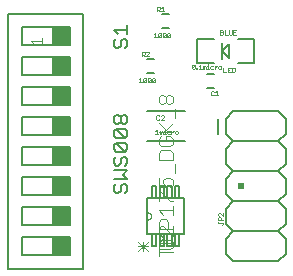
<source format=gto>
G75*
%MOIN*%
%OFA0B0*%
%FSLAX25Y25*%
%IPPOS*%
%LPD*%
%AMOC8*
5,1,8,0,0,1.08239X$1,22.5*
%
%ADD10C,0.00600*%
%ADD11C,0.00100*%
%ADD12C,0.00800*%
%ADD13R,0.02000X0.02000*%
%ADD14C,0.00300*%
%ADD15C,0.00500*%
%ADD16R,0.06000X0.06000*%
%ADD17C,0.00000*%
D10*
X0013400Y0003500D02*
X0038600Y0003500D01*
X0038600Y0088500D01*
X0013400Y0088500D01*
X0013400Y0003500D01*
X0018000Y0008000D02*
X0034000Y0008000D01*
X0034000Y0014000D01*
X0018000Y0014000D01*
X0018000Y0008000D01*
X0018000Y0018000D02*
X0034000Y0018000D01*
X0034000Y0024000D01*
X0018000Y0024000D01*
X0018000Y0018000D01*
X0018000Y0028000D02*
X0034000Y0028000D01*
X0034000Y0034000D01*
X0018000Y0034000D01*
X0018000Y0028000D01*
X0018000Y0038000D02*
X0034000Y0038000D01*
X0034000Y0044000D01*
X0018000Y0044000D01*
X0018000Y0038000D01*
X0018000Y0048000D02*
X0034000Y0048000D01*
X0034000Y0054000D01*
X0018000Y0054000D01*
X0018000Y0048000D01*
X0018000Y0058000D02*
X0034000Y0058000D01*
X0034000Y0064000D01*
X0018000Y0064000D01*
X0018000Y0058000D01*
X0018000Y0068000D02*
X0034000Y0068000D01*
X0034000Y0074000D01*
X0018000Y0074000D01*
X0018000Y0068000D01*
X0018000Y0078000D02*
X0034000Y0078000D01*
X0034000Y0084000D01*
X0018000Y0084000D01*
X0018000Y0078000D01*
X0059819Y0073362D02*
X0062181Y0073362D01*
X0062181Y0068638D02*
X0059819Y0068638D01*
X0064819Y0083638D02*
X0067181Y0083638D01*
X0067181Y0088362D02*
X0064819Y0088362D01*
X0079819Y0068362D02*
X0082181Y0068362D01*
X0082181Y0063638D02*
X0079819Y0063638D01*
X0088500Y0056000D02*
X0103500Y0056000D01*
X0106000Y0053500D01*
X0106000Y0048500D01*
X0103500Y0046000D01*
X0088500Y0046000D01*
X0086000Y0043500D01*
X0086000Y0038500D01*
X0088500Y0036000D01*
X0103500Y0036000D01*
X0106000Y0033500D01*
X0106000Y0028500D01*
X0103500Y0026000D01*
X0088500Y0026000D01*
X0086000Y0023500D01*
X0086000Y0018500D01*
X0088500Y0016000D01*
X0086000Y0013500D01*
X0086000Y0008500D01*
X0088500Y0006000D01*
X0103500Y0006000D01*
X0106000Y0008500D01*
X0106000Y0013500D01*
X0103500Y0016000D01*
X0088500Y0016000D01*
X0088500Y0026000D02*
X0086000Y0028500D01*
X0086000Y0033500D01*
X0088500Y0036000D01*
X0088500Y0046000D02*
X0086000Y0048500D01*
X0086000Y0053500D01*
X0088500Y0056000D01*
X0103500Y0046000D02*
X0106000Y0043500D01*
X0106000Y0038500D01*
X0103500Y0036000D01*
X0103500Y0026000D02*
X0106000Y0023500D01*
X0106000Y0018500D01*
X0103500Y0016000D01*
X0072100Y0014900D02*
X0059900Y0014900D01*
X0059900Y0019800D01*
X0059900Y0022200D01*
X0059900Y0027100D01*
X0072100Y0027100D01*
X0072100Y0014900D01*
X0070600Y0014900D02*
X0070600Y0011100D01*
X0069100Y0011000D01*
X0069100Y0014900D01*
X0070600Y0014900D01*
X0068000Y0014900D02*
X0068000Y0011100D01*
X0066500Y0011000D01*
X0066500Y0014900D01*
X0068000Y0014900D01*
X0065500Y0014900D02*
X0065500Y0011000D01*
X0064000Y0011000D01*
X0064000Y0014900D01*
X0065500Y0014900D01*
X0062900Y0014900D02*
X0062900Y0011000D01*
X0061400Y0011000D01*
X0061400Y0014900D01*
X0062900Y0014900D01*
X0062900Y0027100D02*
X0061400Y0027100D01*
X0061400Y0030900D01*
X0062900Y0031000D01*
X0062900Y0027100D01*
X0064000Y0027100D02*
X0064000Y0031000D01*
X0065500Y0031000D01*
X0065500Y0027100D01*
X0064000Y0027100D01*
X0066500Y0027100D02*
X0066500Y0031000D01*
X0068000Y0031000D01*
X0068000Y0027100D01*
X0066500Y0027100D01*
X0069100Y0027100D02*
X0069100Y0031000D01*
X0070600Y0031000D01*
X0070600Y0027100D01*
X0069100Y0027100D01*
D11*
X0083449Y0021747D02*
X0083449Y0021247D01*
X0083699Y0020997D01*
X0083699Y0020524D02*
X0084199Y0020524D01*
X0084450Y0020274D01*
X0084450Y0019523D01*
X0084950Y0019523D02*
X0083449Y0019523D01*
X0083449Y0020274D01*
X0083699Y0020524D01*
X0083449Y0021747D02*
X0083699Y0021997D01*
X0083949Y0021997D01*
X0084950Y0020997D01*
X0084950Y0021997D01*
X0084700Y0018801D02*
X0083449Y0018801D01*
X0083449Y0019051D02*
X0083449Y0018550D01*
X0084700Y0018801D02*
X0084950Y0018550D01*
X0084950Y0018300D01*
X0084700Y0018050D01*
X0069887Y0048294D02*
X0069387Y0048294D01*
X0069136Y0048544D01*
X0069136Y0049045D01*
X0069387Y0049295D01*
X0069887Y0049295D01*
X0070137Y0049045D01*
X0070137Y0048544D01*
X0069887Y0048294D01*
X0068659Y0049295D02*
X0068409Y0049295D01*
X0067909Y0048795D01*
X0067909Y0049295D02*
X0067909Y0048294D01*
X0067436Y0048294D02*
X0066686Y0048294D01*
X0066435Y0048544D01*
X0066435Y0049045D01*
X0066686Y0049295D01*
X0067436Y0049295D01*
X0065703Y0049295D02*
X0065703Y0048294D01*
X0065453Y0048294D02*
X0065954Y0048294D01*
X0064981Y0048294D02*
X0064981Y0049045D01*
X0064731Y0049295D01*
X0064480Y0049045D01*
X0064480Y0048294D01*
X0063980Y0048294D02*
X0063980Y0049295D01*
X0064230Y0049295D01*
X0064480Y0049045D01*
X0065453Y0049295D02*
X0065703Y0049295D01*
X0065703Y0049795D02*
X0065703Y0050046D01*
X0063508Y0048294D02*
X0062507Y0048294D01*
X0063007Y0048294D02*
X0063007Y0049795D01*
X0062507Y0049295D01*
X0063151Y0053019D02*
X0062900Y0053269D01*
X0062900Y0054270D01*
X0063151Y0054520D01*
X0063651Y0054520D01*
X0063901Y0054270D01*
X0064374Y0054270D02*
X0064624Y0054520D01*
X0065124Y0054520D01*
X0065374Y0054270D01*
X0065374Y0054019D01*
X0064374Y0053019D01*
X0065374Y0053019D01*
X0063901Y0053269D02*
X0063651Y0053019D01*
X0063151Y0053019D01*
X0062220Y0065550D02*
X0061720Y0065550D01*
X0061470Y0065800D01*
X0062471Y0066801D01*
X0062471Y0065800D01*
X0062220Y0065550D01*
X0061470Y0065800D02*
X0061470Y0066801D01*
X0061720Y0067051D01*
X0062220Y0067051D01*
X0062471Y0066801D01*
X0060997Y0066801D02*
X0060997Y0065800D01*
X0060747Y0065550D01*
X0060247Y0065550D01*
X0059997Y0065800D01*
X0060997Y0066801D01*
X0060747Y0067051D01*
X0060247Y0067051D01*
X0059997Y0066801D01*
X0059997Y0065800D01*
X0059524Y0065800D02*
X0059274Y0065550D01*
X0058773Y0065550D01*
X0058523Y0065800D01*
X0059524Y0066801D01*
X0059524Y0065800D01*
X0058523Y0065800D02*
X0058523Y0066801D01*
X0058773Y0067051D01*
X0059274Y0067051D01*
X0059524Y0066801D01*
X0058051Y0065550D02*
X0057050Y0065550D01*
X0057550Y0065550D02*
X0057550Y0067051D01*
X0057050Y0066551D01*
X0058050Y0074300D02*
X0058050Y0075801D01*
X0058801Y0075801D01*
X0059051Y0075551D01*
X0059051Y0075051D01*
X0058801Y0074800D01*
X0058050Y0074800D01*
X0058550Y0074800D02*
X0059051Y0074300D01*
X0059523Y0074300D02*
X0060524Y0075301D01*
X0060524Y0075551D01*
X0060274Y0075801D01*
X0059773Y0075801D01*
X0059523Y0075551D01*
X0059523Y0074300D02*
X0060524Y0074300D01*
X0062050Y0080550D02*
X0063051Y0080550D01*
X0062550Y0080550D02*
X0062550Y0082051D01*
X0062050Y0081551D01*
X0063523Y0081801D02*
X0063523Y0080800D01*
X0064524Y0081801D01*
X0064524Y0080800D01*
X0064274Y0080550D01*
X0063773Y0080550D01*
X0063523Y0080800D01*
X0063523Y0081801D02*
X0063773Y0082051D01*
X0064274Y0082051D01*
X0064524Y0081801D01*
X0064997Y0081801D02*
X0065247Y0082051D01*
X0065747Y0082051D01*
X0065997Y0081801D01*
X0064997Y0080800D01*
X0065247Y0080550D01*
X0065747Y0080550D01*
X0065997Y0080800D01*
X0065997Y0081801D01*
X0066470Y0081801D02*
X0066470Y0080800D01*
X0067471Y0081801D01*
X0067471Y0080800D01*
X0067220Y0080550D01*
X0066720Y0080550D01*
X0066470Y0080800D01*
X0066470Y0081801D02*
X0066720Y0082051D01*
X0067220Y0082051D01*
X0067471Y0081801D01*
X0064997Y0081801D02*
X0064997Y0080800D01*
X0065024Y0089300D02*
X0065024Y0090801D01*
X0064523Y0090301D01*
X0064051Y0090551D02*
X0064051Y0090051D01*
X0063801Y0089800D01*
X0063050Y0089800D01*
X0063050Y0089300D02*
X0063050Y0090801D01*
X0063801Y0090801D01*
X0064051Y0090551D01*
X0063550Y0089800D02*
X0064051Y0089300D01*
X0064523Y0089300D02*
X0065524Y0089300D01*
X0084157Y0082951D02*
X0084157Y0081450D01*
X0084908Y0081450D01*
X0085158Y0081700D01*
X0085158Y0081950D01*
X0084908Y0082201D01*
X0084157Y0082201D01*
X0084157Y0082951D02*
X0084908Y0082951D01*
X0085158Y0082701D01*
X0085158Y0082451D01*
X0084908Y0082201D01*
X0085630Y0082951D02*
X0085630Y0081450D01*
X0086631Y0081450D01*
X0087103Y0081700D02*
X0087354Y0081450D01*
X0087854Y0081450D01*
X0088104Y0081700D01*
X0088104Y0082951D01*
X0088577Y0082951D02*
X0088577Y0081450D01*
X0089578Y0081450D01*
X0089077Y0082201D02*
X0088577Y0082201D01*
X0088577Y0082951D02*
X0089578Y0082951D01*
X0087103Y0082951D02*
X0087103Y0081700D01*
X0080144Y0071701D02*
X0080144Y0071451D01*
X0080144Y0070951D02*
X0080144Y0069950D01*
X0079894Y0069950D02*
X0080394Y0069950D01*
X0080876Y0070200D02*
X0080876Y0070701D01*
X0081126Y0070951D01*
X0081877Y0070951D01*
X0082349Y0070951D02*
X0082349Y0069950D01*
X0081877Y0069950D02*
X0081126Y0069950D01*
X0080876Y0070200D01*
X0080144Y0070951D02*
X0079894Y0070951D01*
X0079421Y0070701D02*
X0079421Y0069950D01*
X0078921Y0069950D02*
X0078921Y0070701D01*
X0079171Y0070951D01*
X0079421Y0070701D01*
X0078921Y0070701D02*
X0078671Y0070951D01*
X0078420Y0070951D01*
X0078420Y0069950D01*
X0077948Y0069950D02*
X0076947Y0069950D01*
X0076461Y0069950D02*
X0076210Y0069950D01*
X0076210Y0070200D01*
X0076461Y0070200D01*
X0076461Y0069950D01*
X0075738Y0070200D02*
X0075488Y0069950D01*
X0074987Y0069950D01*
X0074737Y0070200D01*
X0075738Y0071201D01*
X0075738Y0070200D01*
X0074737Y0070200D02*
X0074737Y0071201D01*
X0074987Y0071451D01*
X0075488Y0071451D01*
X0075738Y0071201D01*
X0076947Y0070951D02*
X0077447Y0071451D01*
X0077447Y0069950D01*
X0082349Y0070450D02*
X0082849Y0070951D01*
X0083100Y0070951D01*
X0083577Y0070701D02*
X0083577Y0070200D01*
X0083827Y0069950D01*
X0084327Y0069950D01*
X0084578Y0070200D01*
X0084578Y0070701D01*
X0084327Y0070951D01*
X0083827Y0070951D01*
X0083577Y0070701D01*
X0085130Y0070451D02*
X0085130Y0068950D01*
X0086131Y0068950D01*
X0086603Y0068950D02*
X0087604Y0068950D01*
X0088077Y0068950D02*
X0088827Y0068950D01*
X0089078Y0069200D01*
X0089078Y0070201D01*
X0088827Y0070451D01*
X0088077Y0070451D01*
X0088077Y0068950D01*
X0087104Y0069701D02*
X0086603Y0069701D01*
X0086603Y0070451D02*
X0086603Y0068950D01*
X0086603Y0070451D02*
X0087604Y0070451D01*
X0083077Y0062701D02*
X0082577Y0062201D01*
X0082104Y0062451D02*
X0081854Y0062701D01*
X0081354Y0062701D01*
X0081103Y0062451D01*
X0081103Y0061450D01*
X0081354Y0061200D01*
X0081854Y0061200D01*
X0082104Y0061450D01*
X0082577Y0061200D02*
X0083578Y0061200D01*
X0083077Y0061200D02*
X0083077Y0062701D01*
D12*
X0083500Y0053500D02*
X0083500Y0048500D01*
X0072299Y0045882D02*
X0059701Y0045882D01*
X0059701Y0056118D02*
X0072299Y0056118D01*
X0076551Y0072063D02*
X0076551Y0079937D01*
X0082063Y0079937D01*
X0084819Y0078756D02*
X0084819Y0076000D01*
X0087181Y0078362D01*
X0087181Y0073638D01*
X0084819Y0076000D01*
X0084819Y0073244D01*
X0082063Y0072063D02*
X0076551Y0072063D01*
X0089937Y0072063D02*
X0095449Y0072063D01*
X0095449Y0079937D01*
X0089937Y0079937D01*
D13*
X0091000Y0031000D03*
D14*
X0069134Y0035174D02*
X0069134Y0038310D01*
X0068350Y0039777D02*
X0068350Y0042129D01*
X0067566Y0042913D01*
X0064430Y0042913D01*
X0063646Y0042129D01*
X0063646Y0039777D01*
X0068350Y0039777D01*
X0067566Y0044381D02*
X0064430Y0044381D01*
X0063646Y0045165D01*
X0063646Y0046733D01*
X0064430Y0047517D01*
X0065998Y0047517D02*
X0065998Y0045949D01*
X0065998Y0047517D02*
X0067566Y0047517D01*
X0068350Y0046733D01*
X0068350Y0045165D01*
X0067566Y0044381D01*
X0068350Y0048985D02*
X0063646Y0048985D01*
X0065998Y0049769D02*
X0068350Y0052121D01*
X0069134Y0053589D02*
X0069134Y0056725D01*
X0067566Y0058193D02*
X0066782Y0058193D01*
X0065998Y0058977D01*
X0065998Y0060545D01*
X0066782Y0061329D01*
X0067566Y0061329D01*
X0068350Y0060545D01*
X0068350Y0058977D01*
X0067566Y0058193D01*
X0065998Y0058977D02*
X0065214Y0058193D01*
X0064430Y0058193D01*
X0063646Y0058977D01*
X0063646Y0060545D01*
X0064430Y0061329D01*
X0065214Y0061329D01*
X0065998Y0060545D01*
X0063646Y0052121D02*
X0066782Y0048985D01*
X0065998Y0033706D02*
X0067566Y0033706D01*
X0068350Y0032922D01*
X0068350Y0031354D01*
X0067566Y0030570D01*
X0065998Y0030570D02*
X0065214Y0032138D01*
X0065214Y0032922D01*
X0065998Y0033706D01*
X0063646Y0033706D02*
X0063646Y0030570D01*
X0065998Y0030570D01*
X0064430Y0029102D02*
X0063646Y0029102D01*
X0063646Y0025966D01*
X0064430Y0029102D02*
X0067566Y0025966D01*
X0068350Y0025966D01*
X0068350Y0024498D02*
X0068350Y0021362D01*
X0068350Y0022930D02*
X0063646Y0022930D01*
X0065214Y0021362D01*
X0064430Y0019894D02*
X0065998Y0019894D01*
X0066782Y0019110D01*
X0066782Y0016758D01*
X0068350Y0016758D02*
X0063646Y0016758D01*
X0063646Y0019110D01*
X0064430Y0019894D01*
X0064430Y0017590D02*
X0063646Y0016806D01*
X0063646Y0015238D01*
X0064430Y0014454D01*
X0065214Y0013722D02*
X0063646Y0015290D01*
X0068350Y0015290D01*
X0068350Y0014454D02*
X0065214Y0017590D01*
X0064430Y0017590D01*
X0068350Y0017590D02*
X0068350Y0014454D01*
X0067566Y0012986D02*
X0063646Y0012986D01*
X0063646Y0012154D02*
X0065214Y0013722D01*
X0063646Y0012154D02*
X0068350Y0012154D01*
X0068350Y0012202D02*
X0067566Y0012986D01*
X0068350Y0012202D02*
X0068350Y0010634D01*
X0067566Y0009850D01*
X0063646Y0009850D01*
X0063646Y0009118D02*
X0068350Y0009118D01*
X0063646Y0007550D02*
X0063646Y0010686D01*
X0060066Y0010918D02*
X0056930Y0010918D01*
X0056930Y0009350D02*
X0060066Y0012486D01*
X0058498Y0012486D02*
X0058498Y0009350D01*
X0060066Y0009350D02*
X0056930Y0012486D01*
X0024850Y0077967D02*
X0024850Y0080436D01*
X0024850Y0079201D02*
X0021147Y0079201D01*
X0022381Y0077967D01*
D15*
X0048746Y0077793D02*
X0049497Y0077042D01*
X0050247Y0077042D01*
X0050998Y0077793D01*
X0050998Y0079294D01*
X0051749Y0080045D01*
X0052499Y0080045D01*
X0053250Y0079294D01*
X0053250Y0077793D01*
X0052499Y0077042D01*
X0048746Y0077793D02*
X0048746Y0079294D01*
X0049497Y0080045D01*
X0050247Y0081646D02*
X0048746Y0083147D01*
X0053250Y0083147D01*
X0053250Y0081646D02*
X0053250Y0084649D01*
X0052499Y0054649D02*
X0051749Y0054649D01*
X0050998Y0053898D01*
X0050998Y0052397D01*
X0050247Y0051646D01*
X0049497Y0051646D01*
X0048746Y0052397D01*
X0048746Y0053898D01*
X0049497Y0054649D01*
X0050247Y0054649D01*
X0050998Y0053898D01*
X0052499Y0054649D02*
X0053250Y0053898D01*
X0053250Y0052397D01*
X0052499Y0051646D01*
X0051749Y0051646D01*
X0050998Y0052397D01*
X0049497Y0050045D02*
X0052499Y0047042D01*
X0053250Y0047793D01*
X0053250Y0049294D01*
X0052499Y0050045D01*
X0049497Y0050045D01*
X0048746Y0049294D01*
X0048746Y0047793D01*
X0049497Y0047042D01*
X0052499Y0047042D01*
X0052499Y0045441D02*
X0053250Y0044690D01*
X0053250Y0043189D01*
X0052499Y0042438D01*
X0049497Y0045441D01*
X0052499Y0045441D01*
X0049497Y0045441D02*
X0048746Y0044690D01*
X0048746Y0043189D01*
X0049497Y0042438D01*
X0052499Y0042438D01*
X0052499Y0040837D02*
X0051749Y0040837D01*
X0050998Y0040086D01*
X0050998Y0038585D01*
X0050247Y0037834D01*
X0049497Y0037834D01*
X0048746Y0038585D01*
X0048746Y0040086D01*
X0049497Y0040837D01*
X0052499Y0040837D02*
X0053250Y0040086D01*
X0053250Y0038585D01*
X0052499Y0037834D01*
X0053250Y0036233D02*
X0048746Y0036233D01*
X0051749Y0034732D02*
X0053250Y0036233D01*
X0051749Y0034732D02*
X0053250Y0033230D01*
X0048746Y0033230D01*
X0049497Y0031629D02*
X0048746Y0030878D01*
X0048746Y0029377D01*
X0049497Y0028626D01*
X0050247Y0028626D01*
X0050998Y0029377D01*
X0050998Y0030878D01*
X0051749Y0031629D01*
X0052499Y0031629D01*
X0053250Y0030878D01*
X0053250Y0029377D01*
X0052499Y0028626D01*
D16*
X0031000Y0031000D03*
X0031000Y0021000D03*
X0031000Y0011000D03*
X0031000Y0041000D03*
X0031000Y0051000D03*
X0031000Y0061000D03*
X0031000Y0071000D03*
X0031000Y0081000D03*
D17*
X0059900Y0022200D02*
X0059969Y0022198D01*
X0060037Y0022192D01*
X0060105Y0022182D01*
X0060172Y0022169D01*
X0060238Y0022151D01*
X0060303Y0022130D01*
X0060367Y0022105D01*
X0060429Y0022077D01*
X0060490Y0022045D01*
X0060549Y0022010D01*
X0060605Y0021971D01*
X0060660Y0021929D01*
X0060711Y0021884D01*
X0060761Y0021836D01*
X0060807Y0021786D01*
X0060850Y0021733D01*
X0060891Y0021677D01*
X0060928Y0021620D01*
X0060961Y0021560D01*
X0060992Y0021498D01*
X0061018Y0021435D01*
X0061041Y0021371D01*
X0061061Y0021305D01*
X0061076Y0021238D01*
X0061088Y0021171D01*
X0061096Y0021103D01*
X0061100Y0021034D01*
X0061100Y0020966D01*
X0061096Y0020897D01*
X0061088Y0020829D01*
X0061076Y0020762D01*
X0061061Y0020695D01*
X0061041Y0020629D01*
X0061018Y0020565D01*
X0060992Y0020502D01*
X0060961Y0020440D01*
X0060928Y0020380D01*
X0060891Y0020323D01*
X0060850Y0020267D01*
X0060807Y0020214D01*
X0060761Y0020164D01*
X0060711Y0020116D01*
X0060660Y0020071D01*
X0060605Y0020029D01*
X0060549Y0019990D01*
X0060490Y0019955D01*
X0060429Y0019923D01*
X0060367Y0019895D01*
X0060303Y0019870D01*
X0060238Y0019849D01*
X0060172Y0019831D01*
X0060105Y0019818D01*
X0060037Y0019808D01*
X0059969Y0019802D01*
X0059900Y0019800D01*
M02*

</source>
